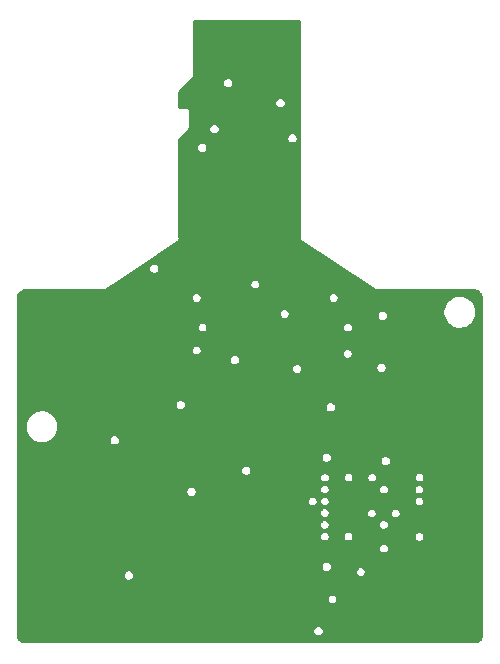
<source format=gbr>
%TF.GenerationSoftware,KiCad,Pcbnew,9.0.2*%
%TF.CreationDate,2025-06-22T16:31:42+02:00*%
%TF.ProjectId,Board,426f6172-642e-46b6-9963-61645f706362,rev?*%
%TF.SameCoordinates,Original*%
%TF.FileFunction,Copper,L3,Inr*%
%TF.FilePolarity,Positive*%
%FSLAX46Y46*%
G04 Gerber Fmt 4.6, Leading zero omitted, Abs format (unit mm)*
G04 Created by KiCad (PCBNEW 9.0.2) date 2025-06-22 16:31:42*
%MOMM*%
%LPD*%
G01*
G04 APERTURE LIST*
%TA.AperFunction,ViaPad*%
%ADD10C,0.600000*%
%TD*%
%TA.AperFunction,ViaPad*%
%ADD11C,0.450000*%
%TD*%
%TA.AperFunction,ViaPad*%
%ADD12C,0.800000*%
%TD*%
%TA.AperFunction,ViaPad*%
%ADD13C,0.550000*%
%TD*%
G04 APERTURE END LIST*
D10*
%TO.N,GND*%
X102600000Y-83300000D03*
D11*
X90294221Y-72094221D03*
X95850000Y-85725000D03*
X99895834Y-85704444D03*
X98860000Y-89710000D03*
D12*
X82375000Y-56775000D03*
D13*
X86292765Y-68330170D03*
D12*
X69000000Y-90000000D03*
X72600000Y-75100000D03*
X69000000Y-85000000D03*
X105600000Y-81600000D03*
D11*
X94860000Y-89700000D03*
D12*
X92200000Y-97700000D03*
X99900000Y-75400000D03*
X105200000Y-93300000D03*
X80450000Y-79650000D03*
X73400000Y-98000000D03*
D11*
X96379693Y-91991723D03*
D12*
X80900000Y-98000000D03*
D13*
X94625000Y-70400000D03*
D10*
X95500000Y-92250012D03*
D12*
X103400000Y-96000000D03*
X106000000Y-73500000D03*
X71600000Y-70900000D03*
X88850000Y-53100000D03*
X93000000Y-67000000D03*
D11*
X94860000Y-88710000D03*
D13*
X94775000Y-74250000D03*
D12*
X90000000Y-98000000D03*
X105600000Y-85800000D03*
X102000000Y-70000000D03*
X69000000Y-82500000D03*
X90025000Y-55950000D03*
X91200000Y-89300000D03*
D11*
X102990000Y-84740000D03*
X94860000Y-85710000D03*
D12*
X78400000Y-98000000D03*
X85800000Y-84100000D03*
X69000000Y-75500000D03*
X98750000Y-69675000D03*
X106000000Y-78500000D03*
X96000000Y-83000000D03*
X68600000Y-70500000D03*
X85650000Y-52350000D03*
X70200000Y-95550000D03*
X85600000Y-55200000D03*
X88475000Y-50950000D03*
X79500000Y-93000000D03*
D11*
X99860000Y-88710000D03*
D12*
X88950000Y-51800000D03*
X69000000Y-93000000D03*
X71600000Y-69700000D03*
X85000000Y-97500000D03*
D13*
X89500000Y-73194610D03*
D11*
X96850000Y-86710000D03*
D12*
X69000000Y-87500000D03*
D13*
X96950000Y-72050000D03*
D12*
X89600000Y-89300000D03*
X105600000Y-88000000D03*
X69000000Y-73000000D03*
X77400000Y-68100000D03*
X103500000Y-97700000D03*
X89350000Y-50900000D03*
X69000000Y-78000000D03*
D11*
X94860000Y-87710000D03*
D12*
X82650000Y-81600000D03*
D11*
X94860000Y-86710000D03*
D12*
X93000000Y-75350000D03*
D11*
X101895364Y-90704956D03*
D12*
X88850000Y-66050000D03*
X102600000Y-78250000D03*
X73750000Y-81600000D03*
X87500000Y-98000000D03*
X75900000Y-98000000D03*
X106000000Y-76000000D03*
%TD*%
%TA.AperFunction,Conductor*%
%TO.N,GND*%
G36*
X91543308Y-45964428D02*
G01*
X91552183Y-45964436D01*
X91552254Y-45964462D01*
X91586765Y-45964465D01*
X91606047Y-45965992D01*
X91654135Y-45973612D01*
X91691021Y-45985600D01*
X91718889Y-45999801D01*
X91725581Y-46003212D01*
X91756962Y-46026013D01*
X91784390Y-46053442D01*
X91785774Y-46055348D01*
X91786854Y-46055978D01*
X91807190Y-46084824D01*
X91824801Y-46119385D01*
X91836789Y-46156276D01*
X91838028Y-46164090D01*
X91844420Y-46204435D01*
X91845947Y-46223827D01*
X91845950Y-46268759D01*
X91845957Y-46268830D01*
X91849492Y-64425089D01*
X91849494Y-64436804D01*
X91844601Y-64462507D01*
X91849503Y-64486141D01*
X91849506Y-64498854D01*
X91849507Y-64498855D01*
X91849509Y-64510289D01*
X91849510Y-64510293D01*
X91855043Y-64523644D01*
X91861904Y-64545923D01*
X91864842Y-64560083D01*
X91871270Y-64569536D01*
X91877837Y-64579192D01*
X91878421Y-64580050D01*
X91887664Y-64602352D01*
X91906169Y-64620849D01*
X91920885Y-64642488D01*
X91941068Y-64655736D01*
X91958144Y-64672805D01*
X91982320Y-64682813D01*
X97679197Y-68422173D01*
X97679198Y-68422173D01*
X98095316Y-68695308D01*
X98112372Y-68712364D01*
X98136571Y-68722387D01*
X98158466Y-68736759D01*
X98169655Y-68738889D01*
X98193904Y-68746135D01*
X98204441Y-68750500D01*
X98204443Y-68750500D01*
X98230633Y-68750500D01*
X98256362Y-68755399D01*
X98279978Y-68750500D01*
X98325172Y-68750500D01*
X106538945Y-68750500D01*
X106554315Y-68751456D01*
X106586623Y-68755495D01*
X106599195Y-68757731D01*
X106731053Y-68788281D01*
X106755228Y-68796588D01*
X106872158Y-68850826D01*
X106894117Y-68863918D01*
X106981025Y-68928752D01*
X106997424Y-68940986D01*
X107016238Y-68958312D01*
X107101537Y-69054936D01*
X107116391Y-69075746D01*
X107172487Y-69174500D01*
X107180051Y-69187816D01*
X107190322Y-69211240D01*
X107229633Y-69333982D01*
X107234881Y-69359014D01*
X107248839Y-69493623D01*
X107249500Y-69506412D01*
X107249500Y-97993907D01*
X107248903Y-98006061D01*
X107236296Y-98134064D01*
X107231554Y-98157906D01*
X107195993Y-98275134D01*
X107186690Y-98297592D01*
X107128942Y-98405630D01*
X107115438Y-98425840D01*
X107037725Y-98520535D01*
X107020535Y-98537725D01*
X106925840Y-98615438D01*
X106905630Y-98628942D01*
X106797592Y-98686690D01*
X106775134Y-98695993D01*
X106657906Y-98731554D01*
X106634064Y-98736296D01*
X106506062Y-98748903D01*
X106493908Y-98749500D01*
X68513164Y-98749500D01*
X68501067Y-98748908D01*
X68463621Y-98745237D01*
X68372259Y-98736280D01*
X68348521Y-98731581D01*
X68230444Y-98695935D01*
X68208071Y-98686714D01*
X68099170Y-98628816D01*
X68079014Y-98615426D01*
X67983430Y-98537479D01*
X67966257Y-98520427D01*
X67887630Y-98425395D01*
X67874098Y-98405336D01*
X67815429Y-98296853D01*
X67806050Y-98274550D01*
X67769563Y-98156719D01*
X67764697Y-98133024D01*
X67751181Y-98004563D01*
X67750500Y-97991588D01*
X67750500Y-97653856D01*
X92949500Y-97653856D01*
X92949500Y-97746143D01*
X92973387Y-97835290D01*
X92973388Y-97835293D01*
X93019526Y-97915205D01*
X93019529Y-97915209D01*
X93019531Y-97915212D01*
X93084788Y-97980469D01*
X93084791Y-97980470D01*
X93084794Y-97980473D01*
X93164706Y-98026611D01*
X93164707Y-98026611D01*
X93164712Y-98026614D01*
X93253856Y-98050500D01*
X93253858Y-98050500D01*
X93346142Y-98050500D01*
X93346144Y-98050500D01*
X93435288Y-98026614D01*
X93515212Y-97980469D01*
X93580469Y-97915212D01*
X93626614Y-97835288D01*
X93650500Y-97746144D01*
X93650500Y-97653856D01*
X93626614Y-97564712D01*
X93626611Y-97564706D01*
X93580473Y-97484794D01*
X93580470Y-97484791D01*
X93580469Y-97484788D01*
X93515212Y-97419531D01*
X93515209Y-97419529D01*
X93515205Y-97419526D01*
X93435293Y-97373388D01*
X93435290Y-97373387D01*
X93435289Y-97373386D01*
X93435288Y-97373386D01*
X93346144Y-97349500D01*
X93253856Y-97349500D01*
X93164712Y-97373386D01*
X93164711Y-97373386D01*
X93164709Y-97373387D01*
X93164706Y-97373388D01*
X93084794Y-97419526D01*
X93084785Y-97419533D01*
X93019533Y-97484785D01*
X93019526Y-97484794D01*
X92973388Y-97564706D01*
X92973387Y-97564709D01*
X92949500Y-97653856D01*
X67750500Y-97653856D01*
X67750500Y-94957147D01*
X94174500Y-94957147D01*
X94174500Y-95042852D01*
X94196682Y-95125637D01*
X94196685Y-95125644D01*
X94239530Y-95199855D01*
X94239534Y-95199860D01*
X94239535Y-95199862D01*
X94300138Y-95260465D01*
X94300140Y-95260466D01*
X94300144Y-95260469D01*
X94374355Y-95303314D01*
X94374362Y-95303318D01*
X94457147Y-95325500D01*
X94457149Y-95325500D01*
X94542851Y-95325500D01*
X94542853Y-95325500D01*
X94625638Y-95303318D01*
X94699862Y-95260465D01*
X94760465Y-95199862D01*
X94803318Y-95125638D01*
X94825500Y-95042853D01*
X94825500Y-94957147D01*
X94803318Y-94874362D01*
X94803314Y-94874355D01*
X94760469Y-94800144D01*
X94760463Y-94800136D01*
X94699863Y-94739536D01*
X94699855Y-94739530D01*
X94625644Y-94696685D01*
X94625640Y-94696683D01*
X94625638Y-94696682D01*
X94542853Y-94674500D01*
X94457147Y-94674500D01*
X94374362Y-94696682D01*
X94374355Y-94696685D01*
X94300144Y-94739530D01*
X94300136Y-94739536D01*
X94239536Y-94800136D01*
X94239530Y-94800144D01*
X94196685Y-94874355D01*
X94196682Y-94874362D01*
X94174500Y-94957147D01*
X67750500Y-94957147D01*
X67750500Y-92953856D01*
X76899500Y-92953856D01*
X76899500Y-93046143D01*
X76923387Y-93135290D01*
X76923388Y-93135293D01*
X76969526Y-93215205D01*
X76969529Y-93215209D01*
X76969531Y-93215212D01*
X77034788Y-93280469D01*
X77034791Y-93280470D01*
X77034794Y-93280473D01*
X77114706Y-93326611D01*
X77114707Y-93326611D01*
X77114712Y-93326614D01*
X77203856Y-93350500D01*
X77203858Y-93350500D01*
X77296142Y-93350500D01*
X77296144Y-93350500D01*
X77385288Y-93326614D01*
X77465212Y-93280469D01*
X77530469Y-93215212D01*
X77576614Y-93135288D01*
X77600500Y-93046144D01*
X77600500Y-92953856D01*
X77576614Y-92864712D01*
X77554058Y-92825644D01*
X77530473Y-92784794D01*
X77530470Y-92784791D01*
X77530469Y-92784788D01*
X77465212Y-92719531D01*
X77465209Y-92719529D01*
X77465205Y-92719526D01*
X77385293Y-92673388D01*
X77385290Y-92673387D01*
X77385289Y-92673386D01*
X77385288Y-92673386D01*
X77324683Y-92657147D01*
X96574500Y-92657147D01*
X96574500Y-92742853D01*
X96585737Y-92784788D01*
X96596682Y-92825637D01*
X96596685Y-92825644D01*
X96639530Y-92899855D01*
X96639534Y-92899860D01*
X96639535Y-92899862D01*
X96700138Y-92960465D01*
X96700140Y-92960466D01*
X96700144Y-92960469D01*
X96774355Y-93003314D01*
X96774362Y-93003318D01*
X96857147Y-93025500D01*
X96857149Y-93025500D01*
X96942851Y-93025500D01*
X96942853Y-93025500D01*
X97025638Y-93003318D01*
X97099862Y-92960465D01*
X97160465Y-92899862D01*
X97203318Y-92825638D01*
X97225500Y-92742853D01*
X97225500Y-92657147D01*
X97203318Y-92574362D01*
X97177984Y-92530482D01*
X97160469Y-92500144D01*
X97160463Y-92500136D01*
X97099863Y-92439536D01*
X97099855Y-92439530D01*
X97025644Y-92396685D01*
X97025640Y-92396683D01*
X97025638Y-92396682D01*
X96942853Y-92374500D01*
X96857147Y-92374500D01*
X96774362Y-92396682D01*
X96774355Y-92396685D01*
X96700144Y-92439530D01*
X96700136Y-92439536D01*
X96639536Y-92500136D01*
X96639530Y-92500144D01*
X96596685Y-92574355D01*
X96596682Y-92574362D01*
X96574500Y-92657147D01*
X77324683Y-92657147D01*
X77296144Y-92649500D01*
X77203856Y-92649500D01*
X77114712Y-92673386D01*
X77114711Y-92673386D01*
X77114709Y-92673387D01*
X77114706Y-92673388D01*
X77034794Y-92719526D01*
X77034785Y-92719533D01*
X76969533Y-92784785D01*
X76969526Y-92784794D01*
X76923388Y-92864706D01*
X76923387Y-92864709D01*
X76923386Y-92864711D01*
X76923386Y-92864712D01*
X76913968Y-92899862D01*
X76899500Y-92953856D01*
X67750500Y-92953856D01*
X67750500Y-92203868D01*
X93649500Y-92203868D01*
X93649500Y-92296156D01*
X93670492Y-92374500D01*
X93673387Y-92385302D01*
X93673388Y-92385305D01*
X93719526Y-92465217D01*
X93719529Y-92465221D01*
X93719531Y-92465224D01*
X93784788Y-92530481D01*
X93784791Y-92530482D01*
X93784794Y-92530485D01*
X93864706Y-92576623D01*
X93864707Y-92576623D01*
X93864712Y-92576626D01*
X93953856Y-92600512D01*
X93953858Y-92600512D01*
X94046142Y-92600512D01*
X94046144Y-92600512D01*
X94135288Y-92576626D01*
X94215212Y-92530481D01*
X94280469Y-92465224D01*
X94326614Y-92385300D01*
X94350500Y-92296156D01*
X94350500Y-92203868D01*
X94326614Y-92114724D01*
X94326611Y-92114718D01*
X94280473Y-92034806D01*
X94280470Y-92034803D01*
X94280469Y-92034800D01*
X94215212Y-91969543D01*
X94215209Y-91969541D01*
X94215205Y-91969538D01*
X94135293Y-91923400D01*
X94135290Y-91923399D01*
X94135289Y-91923398D01*
X94135288Y-91923398D01*
X94046144Y-91899512D01*
X93953856Y-91899512D01*
X93864712Y-91923398D01*
X93864711Y-91923398D01*
X93864709Y-91923399D01*
X93864706Y-91923400D01*
X93784794Y-91969538D01*
X93784785Y-91969545D01*
X93719533Y-92034797D01*
X93719526Y-92034806D01*
X93673388Y-92114718D01*
X93673387Y-92114721D01*
X93673386Y-92114723D01*
X93673386Y-92114724D01*
X93649500Y-92203868D01*
X67750500Y-92203868D01*
X67750500Y-90667147D01*
X98534500Y-90667147D01*
X98534500Y-90752852D01*
X98556682Y-90835637D01*
X98556685Y-90835644D01*
X98599530Y-90909855D01*
X98599534Y-90909860D01*
X98599535Y-90909862D01*
X98660138Y-90970465D01*
X98660140Y-90970466D01*
X98660144Y-90970469D01*
X98734355Y-91013314D01*
X98734362Y-91013318D01*
X98817147Y-91035500D01*
X98817149Y-91035500D01*
X98902851Y-91035500D01*
X98902853Y-91035500D01*
X98985638Y-91013318D01*
X99059862Y-90970465D01*
X99120465Y-90909862D01*
X99163318Y-90835638D01*
X99185500Y-90752853D01*
X99185500Y-90667147D01*
X99163318Y-90584362D01*
X99163314Y-90584355D01*
X99120469Y-90510144D01*
X99120463Y-90510136D01*
X99059863Y-90449536D01*
X99059855Y-90449530D01*
X98985644Y-90406685D01*
X98985640Y-90406683D01*
X98985638Y-90406682D01*
X98902853Y-90384500D01*
X98817147Y-90384500D01*
X98734362Y-90406682D01*
X98734355Y-90406685D01*
X98660144Y-90449530D01*
X98660136Y-90449536D01*
X98599536Y-90510136D01*
X98599530Y-90510144D01*
X98556685Y-90584355D01*
X98556682Y-90584362D01*
X98534500Y-90667147D01*
X67750500Y-90667147D01*
X67750500Y-89657147D01*
X93524500Y-89657147D01*
X93524500Y-89742853D01*
X93527180Y-89752853D01*
X93546682Y-89825637D01*
X93546685Y-89825644D01*
X93589530Y-89899855D01*
X93589534Y-89899860D01*
X93589535Y-89899862D01*
X93650138Y-89960465D01*
X93650140Y-89960466D01*
X93650144Y-89960469D01*
X93724355Y-90003314D01*
X93724362Y-90003318D01*
X93807147Y-90025500D01*
X93807149Y-90025500D01*
X93892851Y-90025500D01*
X93892853Y-90025500D01*
X93975638Y-90003318D01*
X94049862Y-89960465D01*
X94110465Y-89899862D01*
X94153318Y-89825638D01*
X94175500Y-89742853D01*
X94175500Y-89657147D01*
X95524500Y-89657147D01*
X95524500Y-89742853D01*
X95527180Y-89752853D01*
X95546682Y-89825637D01*
X95546685Y-89825644D01*
X95589530Y-89899855D01*
X95589534Y-89899860D01*
X95589535Y-89899862D01*
X95650138Y-89960465D01*
X95650140Y-89960466D01*
X95650144Y-89960469D01*
X95724355Y-90003314D01*
X95724362Y-90003318D01*
X95807147Y-90025500D01*
X95807149Y-90025500D01*
X95892851Y-90025500D01*
X95892853Y-90025500D01*
X95975638Y-90003318D01*
X96049862Y-89960465D01*
X96110465Y-89899862D01*
X96153318Y-89825638D01*
X96175500Y-89742853D01*
X96175500Y-89667147D01*
X101534500Y-89667147D01*
X101534500Y-89752853D01*
X101554003Y-89825637D01*
X101556682Y-89835637D01*
X101556685Y-89835644D01*
X101599530Y-89909855D01*
X101599534Y-89909860D01*
X101599535Y-89909862D01*
X101660138Y-89970465D01*
X101660140Y-89970466D01*
X101660144Y-89970469D01*
X101717041Y-90003318D01*
X101734362Y-90013318D01*
X101817147Y-90035500D01*
X101817149Y-90035500D01*
X101902851Y-90035500D01*
X101902853Y-90035500D01*
X101985638Y-90013318D01*
X102059862Y-89970465D01*
X102120465Y-89909862D01*
X102163318Y-89835638D01*
X102185500Y-89752853D01*
X102185500Y-89667147D01*
X102163318Y-89584362D01*
X102157545Y-89574362D01*
X102120469Y-89510144D01*
X102120463Y-89510136D01*
X102059863Y-89449536D01*
X102059855Y-89449530D01*
X101985644Y-89406685D01*
X101985640Y-89406683D01*
X101985638Y-89406682D01*
X101902853Y-89384500D01*
X101817147Y-89384500D01*
X101734362Y-89406682D01*
X101734355Y-89406685D01*
X101660144Y-89449530D01*
X101660136Y-89449536D01*
X101599536Y-89510136D01*
X101599530Y-89510144D01*
X101556685Y-89584355D01*
X101556682Y-89584362D01*
X101534500Y-89667147D01*
X96175500Y-89667147D01*
X96175500Y-89657147D01*
X96153318Y-89574362D01*
X96116242Y-89510144D01*
X96110469Y-89500144D01*
X96110463Y-89500136D01*
X96049863Y-89439536D01*
X96049855Y-89439530D01*
X95975644Y-89396685D01*
X95975640Y-89396683D01*
X95975638Y-89396682D01*
X95892853Y-89374500D01*
X95807147Y-89374500D01*
X95724362Y-89396682D01*
X95724355Y-89396685D01*
X95650144Y-89439530D01*
X95650136Y-89439536D01*
X95589536Y-89500136D01*
X95589530Y-89500144D01*
X95546685Y-89574355D01*
X95546682Y-89574362D01*
X95524500Y-89657147D01*
X94175500Y-89657147D01*
X94153318Y-89574362D01*
X94116242Y-89510144D01*
X94110469Y-89500144D01*
X94110463Y-89500136D01*
X94049863Y-89439536D01*
X94049855Y-89439530D01*
X93975644Y-89396685D01*
X93975640Y-89396683D01*
X93975638Y-89396682D01*
X93892853Y-89374500D01*
X93807147Y-89374500D01*
X93724362Y-89396682D01*
X93724355Y-89396685D01*
X93650144Y-89439530D01*
X93650136Y-89439536D01*
X93589536Y-89500136D01*
X93589530Y-89500144D01*
X93546685Y-89574355D01*
X93546682Y-89574362D01*
X93524500Y-89657147D01*
X67750500Y-89657147D01*
X67750500Y-88667147D01*
X93524500Y-88667147D01*
X93524500Y-88752853D01*
X93544003Y-88825637D01*
X93546682Y-88835637D01*
X93546685Y-88835644D01*
X93589530Y-88909855D01*
X93589534Y-88909860D01*
X93589535Y-88909862D01*
X93650138Y-88970465D01*
X93650140Y-88970466D01*
X93650144Y-88970469D01*
X93707041Y-89003318D01*
X93724362Y-89013318D01*
X93807147Y-89035500D01*
X93807149Y-89035500D01*
X93892851Y-89035500D01*
X93892853Y-89035500D01*
X93975638Y-89013318D01*
X94049862Y-88970465D01*
X94110465Y-88909862D01*
X94153318Y-88835638D01*
X94175500Y-88752853D01*
X94175500Y-88667147D01*
X94172821Y-88657147D01*
X98524500Y-88657147D01*
X98524500Y-88742853D01*
X98527180Y-88752853D01*
X98546682Y-88825637D01*
X98546685Y-88825644D01*
X98589530Y-88899855D01*
X98589534Y-88899860D01*
X98589535Y-88899862D01*
X98650138Y-88960465D01*
X98650140Y-88960466D01*
X98650144Y-88960469D01*
X98724355Y-89003314D01*
X98724362Y-89003318D01*
X98807147Y-89025500D01*
X98807149Y-89025500D01*
X98892851Y-89025500D01*
X98892853Y-89025500D01*
X98975638Y-89003318D01*
X99049862Y-88960465D01*
X99110465Y-88899862D01*
X99153318Y-88825638D01*
X99175500Y-88742853D01*
X99175500Y-88657147D01*
X99153318Y-88574362D01*
X99116242Y-88510144D01*
X99110469Y-88500144D01*
X99110463Y-88500136D01*
X99049863Y-88439536D01*
X99049855Y-88439530D01*
X98975644Y-88396685D01*
X98975640Y-88396683D01*
X98975638Y-88396682D01*
X98892853Y-88374500D01*
X98807147Y-88374500D01*
X98724362Y-88396682D01*
X98724355Y-88396685D01*
X98650144Y-88439530D01*
X98650136Y-88439536D01*
X98589536Y-88500136D01*
X98589530Y-88500144D01*
X98546685Y-88574355D01*
X98546682Y-88574362D01*
X98524500Y-88657147D01*
X94172821Y-88657147D01*
X94153318Y-88584362D01*
X94147545Y-88574362D01*
X94110469Y-88510144D01*
X94110463Y-88510136D01*
X94049863Y-88449536D01*
X94049855Y-88449530D01*
X93975644Y-88406685D01*
X93975640Y-88406683D01*
X93975638Y-88406682D01*
X93892853Y-88384500D01*
X93807147Y-88384500D01*
X93724362Y-88406682D01*
X93724355Y-88406685D01*
X93650144Y-88449530D01*
X93650136Y-88449536D01*
X93589536Y-88510136D01*
X93589530Y-88510144D01*
X93546685Y-88584355D01*
X93546682Y-88584362D01*
X93524500Y-88667147D01*
X67750500Y-88667147D01*
X67750500Y-87657147D01*
X93524500Y-87657147D01*
X93524500Y-87742853D01*
X93529859Y-87762851D01*
X93546682Y-87825637D01*
X93546685Y-87825644D01*
X93589530Y-87899855D01*
X93589534Y-87899860D01*
X93589535Y-87899862D01*
X93650138Y-87960465D01*
X93650140Y-87960466D01*
X93650144Y-87960469D01*
X93684779Y-87980465D01*
X93724362Y-88003318D01*
X93807147Y-88025500D01*
X93807149Y-88025500D01*
X93892851Y-88025500D01*
X93892853Y-88025500D01*
X93975638Y-88003318D01*
X94049862Y-87960465D01*
X94110465Y-87899862D01*
X94153318Y-87825638D01*
X94175500Y-87742853D01*
X94175500Y-87677147D01*
X97504500Y-87677147D01*
X97504500Y-87762852D01*
X97526682Y-87845637D01*
X97526685Y-87845644D01*
X97569530Y-87919855D01*
X97569534Y-87919860D01*
X97569535Y-87919862D01*
X97630138Y-87980465D01*
X97630140Y-87980466D01*
X97630144Y-87980469D01*
X97704355Y-88023314D01*
X97704362Y-88023318D01*
X97787147Y-88045500D01*
X97787149Y-88045500D01*
X97872851Y-88045500D01*
X97872853Y-88045500D01*
X97955638Y-88023318D01*
X98029862Y-87980465D01*
X98090465Y-87919862D01*
X98133318Y-87845638D01*
X98155500Y-87762853D01*
X98155500Y-87677147D01*
X99524500Y-87677147D01*
X99524500Y-87762852D01*
X99546682Y-87845637D01*
X99546685Y-87845644D01*
X99589530Y-87919855D01*
X99589534Y-87919860D01*
X99589535Y-87919862D01*
X99650138Y-87980465D01*
X99650140Y-87980466D01*
X99650144Y-87980469D01*
X99724355Y-88023314D01*
X99724362Y-88023318D01*
X99807147Y-88045500D01*
X99807149Y-88045500D01*
X99892851Y-88045500D01*
X99892853Y-88045500D01*
X99975638Y-88023318D01*
X100049862Y-87980465D01*
X100110465Y-87919862D01*
X100153318Y-87845638D01*
X100175500Y-87762853D01*
X100175500Y-87677147D01*
X100153318Y-87594362D01*
X100141767Y-87574355D01*
X100110469Y-87520144D01*
X100110463Y-87520136D01*
X100049863Y-87459536D01*
X100049855Y-87459530D01*
X99975644Y-87416685D01*
X99975640Y-87416683D01*
X99975638Y-87416682D01*
X99892853Y-87394500D01*
X99807147Y-87394500D01*
X99724362Y-87416682D01*
X99724355Y-87416685D01*
X99650144Y-87459530D01*
X99650136Y-87459536D01*
X99589536Y-87520136D01*
X99589530Y-87520144D01*
X99546685Y-87594355D01*
X99546682Y-87594362D01*
X99524500Y-87677147D01*
X98155500Y-87677147D01*
X98133318Y-87594362D01*
X98121767Y-87574355D01*
X98090469Y-87520144D01*
X98090463Y-87520136D01*
X98029863Y-87459536D01*
X98029855Y-87459530D01*
X97955644Y-87416685D01*
X97955640Y-87416683D01*
X97955638Y-87416682D01*
X97872853Y-87394500D01*
X97787147Y-87394500D01*
X97704362Y-87416682D01*
X97704355Y-87416685D01*
X97630144Y-87459530D01*
X97630136Y-87459536D01*
X97569536Y-87520136D01*
X97569530Y-87520144D01*
X97526685Y-87594355D01*
X97526682Y-87594362D01*
X97504500Y-87677147D01*
X94175500Y-87677147D01*
X94175500Y-87657147D01*
X94153318Y-87574362D01*
X94153314Y-87574355D01*
X94110469Y-87500144D01*
X94110463Y-87500136D01*
X94049863Y-87439536D01*
X94049855Y-87439530D01*
X93975644Y-87396685D01*
X93975640Y-87396683D01*
X93975638Y-87396682D01*
X93892853Y-87374500D01*
X93807147Y-87374500D01*
X93724362Y-87396682D01*
X93724355Y-87396685D01*
X93650144Y-87439530D01*
X93650136Y-87439536D01*
X93589536Y-87500136D01*
X93589530Y-87500144D01*
X93546685Y-87574355D01*
X93546682Y-87574362D01*
X93524500Y-87657147D01*
X67750500Y-87657147D01*
X67750500Y-86680759D01*
X92500888Y-86680759D01*
X92500888Y-86766465D01*
X92519425Y-86835644D01*
X92523070Y-86849249D01*
X92523073Y-86849256D01*
X92565918Y-86923467D01*
X92565922Y-86923472D01*
X92565923Y-86923474D01*
X92626526Y-86984077D01*
X92626528Y-86984078D01*
X92626532Y-86984081D01*
X92677166Y-87013314D01*
X92700750Y-87026930D01*
X92783535Y-87049112D01*
X92783537Y-87049112D01*
X92869239Y-87049112D01*
X92869241Y-87049112D01*
X92952026Y-87026930D01*
X93026250Y-86984077D01*
X93086853Y-86923474D01*
X93129706Y-86849250D01*
X93151888Y-86766465D01*
X93151888Y-86680759D01*
X93145561Y-86657147D01*
X93524500Y-86657147D01*
X93524500Y-86742853D01*
X93530827Y-86766464D01*
X93546682Y-86825637D01*
X93546685Y-86825644D01*
X93589530Y-86899855D01*
X93589534Y-86899860D01*
X93589535Y-86899862D01*
X93650138Y-86960465D01*
X93650140Y-86960466D01*
X93650144Y-86960469D01*
X93691035Y-86984077D01*
X93724362Y-87003318D01*
X93807147Y-87025500D01*
X93807149Y-87025500D01*
X93892851Y-87025500D01*
X93892853Y-87025500D01*
X93975638Y-87003318D01*
X94049862Y-86960465D01*
X94110465Y-86899862D01*
X94153318Y-86825638D01*
X94175500Y-86742853D01*
X94175500Y-86667147D01*
X101524500Y-86667147D01*
X101524500Y-86752853D01*
X101544003Y-86825637D01*
X101546682Y-86835637D01*
X101546685Y-86835644D01*
X101589530Y-86909855D01*
X101589534Y-86909860D01*
X101589535Y-86909862D01*
X101650138Y-86970465D01*
X101650140Y-86970466D01*
X101650144Y-86970469D01*
X101707041Y-87003318D01*
X101724362Y-87013318D01*
X101807147Y-87035500D01*
X101807149Y-87035500D01*
X101892851Y-87035500D01*
X101892853Y-87035500D01*
X101975638Y-87013318D01*
X102049862Y-86970465D01*
X102110465Y-86909862D01*
X102153318Y-86835638D01*
X102175500Y-86752853D01*
X102175500Y-86667147D01*
X102153318Y-86584362D01*
X102147545Y-86574362D01*
X102110469Y-86510144D01*
X102110463Y-86510136D01*
X102049863Y-86449536D01*
X102049855Y-86449530D01*
X101975644Y-86406685D01*
X101975640Y-86406683D01*
X101975638Y-86406682D01*
X101892853Y-86384500D01*
X101807147Y-86384500D01*
X101724362Y-86406682D01*
X101724355Y-86406685D01*
X101650144Y-86449530D01*
X101650136Y-86449536D01*
X101589536Y-86510136D01*
X101589530Y-86510144D01*
X101546685Y-86584355D01*
X101546682Y-86584362D01*
X101524500Y-86667147D01*
X94175500Y-86667147D01*
X94175500Y-86657147D01*
X94153318Y-86574362D01*
X94124101Y-86523756D01*
X94110469Y-86500144D01*
X94110463Y-86500136D01*
X94049863Y-86439536D01*
X94049855Y-86439530D01*
X93975644Y-86396685D01*
X93975640Y-86396683D01*
X93975638Y-86396682D01*
X93892853Y-86374500D01*
X93807147Y-86374500D01*
X93724362Y-86396682D01*
X93724355Y-86396685D01*
X93650144Y-86439530D01*
X93650136Y-86439536D01*
X93589536Y-86500136D01*
X93589530Y-86500144D01*
X93546685Y-86574355D01*
X93546682Y-86574362D01*
X93524500Y-86657147D01*
X93145561Y-86657147D01*
X93129706Y-86597974D01*
X93116070Y-86574355D01*
X93086857Y-86523756D01*
X93086851Y-86523748D01*
X93026251Y-86463148D01*
X93026243Y-86463142D01*
X92952032Y-86420297D01*
X92952028Y-86420295D01*
X92952026Y-86420294D01*
X92869241Y-86398112D01*
X92783535Y-86398112D01*
X92700750Y-86420294D01*
X92700743Y-86420297D01*
X92626532Y-86463142D01*
X92626524Y-86463148D01*
X92565924Y-86523748D01*
X92565918Y-86523756D01*
X92523073Y-86597967D01*
X92523070Y-86597974D01*
X92500888Y-86680759D01*
X67750500Y-86680759D01*
X67750500Y-85853856D01*
X82199500Y-85853856D01*
X82199500Y-85946144D01*
X82221518Y-86028318D01*
X82223387Y-86035290D01*
X82223388Y-86035293D01*
X82269526Y-86115205D01*
X82269529Y-86115209D01*
X82269531Y-86115212D01*
X82334788Y-86180469D01*
X82334791Y-86180470D01*
X82334794Y-86180473D01*
X82414706Y-86226611D01*
X82414707Y-86226611D01*
X82414712Y-86226614D01*
X82503856Y-86250500D01*
X82503858Y-86250500D01*
X82596142Y-86250500D01*
X82596144Y-86250500D01*
X82685288Y-86226614D01*
X82765212Y-86180469D01*
X82830469Y-86115212D01*
X82876614Y-86035288D01*
X82900500Y-85946144D01*
X82900500Y-85853856D01*
X82876614Y-85764712D01*
X82869766Y-85752852D01*
X82845615Y-85711021D01*
X82845614Y-85711019D01*
X82830471Y-85684791D01*
X82830466Y-85684785D01*
X82802828Y-85657147D01*
X93524500Y-85657147D01*
X93524500Y-85742853D01*
X93531199Y-85767852D01*
X93546682Y-85825637D01*
X93546685Y-85825644D01*
X93589530Y-85899855D01*
X93589534Y-85899860D01*
X93589535Y-85899862D01*
X93650138Y-85960465D01*
X93650140Y-85960466D01*
X93650144Y-85960469D01*
X93693446Y-85985469D01*
X93724362Y-86003318D01*
X93807147Y-86025500D01*
X93807149Y-86025500D01*
X93892851Y-86025500D01*
X93892853Y-86025500D01*
X93975638Y-86003318D01*
X94049862Y-85960465D01*
X94110465Y-85899862D01*
X94153318Y-85825638D01*
X94175500Y-85742853D01*
X94175500Y-85667147D01*
X98534500Y-85667147D01*
X98534500Y-85752853D01*
X98554003Y-85825637D01*
X98556682Y-85835637D01*
X98556685Y-85835644D01*
X98599530Y-85909855D01*
X98599534Y-85909860D01*
X98599535Y-85909862D01*
X98660138Y-85970465D01*
X98660140Y-85970466D01*
X98660144Y-85970469D01*
X98717041Y-86003318D01*
X98734362Y-86013318D01*
X98817147Y-86035500D01*
X98817149Y-86035500D01*
X98902851Y-86035500D01*
X98902853Y-86035500D01*
X98985638Y-86013318D01*
X99059862Y-85970465D01*
X99120465Y-85909862D01*
X99163318Y-85835638D01*
X99185500Y-85752853D01*
X99185500Y-85682147D01*
X101524500Y-85682147D01*
X101524500Y-85767853D01*
X101542665Y-85835644D01*
X101546682Y-85850637D01*
X101546685Y-85850644D01*
X101589530Y-85924855D01*
X101589534Y-85924860D01*
X101589535Y-85924862D01*
X101650138Y-85985465D01*
X101650140Y-85985466D01*
X101650144Y-85985469D01*
X101681060Y-86003318D01*
X101724362Y-86028318D01*
X101807147Y-86050500D01*
X101807149Y-86050500D01*
X101892851Y-86050500D01*
X101892853Y-86050500D01*
X101975638Y-86028318D01*
X102049862Y-85985465D01*
X102110465Y-85924862D01*
X102153318Y-85850638D01*
X102175500Y-85767853D01*
X102175500Y-85682147D01*
X102153318Y-85599362D01*
X102144654Y-85584355D01*
X102110469Y-85525144D01*
X102110463Y-85525136D01*
X102049863Y-85464536D01*
X102049855Y-85464530D01*
X101975644Y-85421685D01*
X101975640Y-85421683D01*
X101975638Y-85421682D01*
X101892853Y-85399500D01*
X101807147Y-85399500D01*
X101724362Y-85421682D01*
X101724355Y-85421685D01*
X101650144Y-85464530D01*
X101650136Y-85464536D01*
X101589536Y-85525136D01*
X101589530Y-85525144D01*
X101546685Y-85599355D01*
X101546682Y-85599362D01*
X101524500Y-85682147D01*
X99185500Y-85682147D01*
X99185500Y-85667147D01*
X99163318Y-85584362D01*
X99157545Y-85574362D01*
X99120469Y-85510144D01*
X99120463Y-85510136D01*
X99059863Y-85449536D01*
X99059855Y-85449530D01*
X98985644Y-85406685D01*
X98985640Y-85406683D01*
X98985638Y-85406682D01*
X98902853Y-85384500D01*
X98817147Y-85384500D01*
X98734362Y-85406682D01*
X98734355Y-85406685D01*
X98660144Y-85449530D01*
X98660136Y-85449536D01*
X98599536Y-85510136D01*
X98599530Y-85510144D01*
X98556685Y-85584355D01*
X98556682Y-85584362D01*
X98534500Y-85667147D01*
X94175500Y-85667147D01*
X94175500Y-85657147D01*
X94153318Y-85574362D01*
X94138964Y-85549500D01*
X94110469Y-85500144D01*
X94110463Y-85500136D01*
X94049863Y-85439536D01*
X94049855Y-85439530D01*
X93975644Y-85396685D01*
X93975640Y-85396683D01*
X93975638Y-85396682D01*
X93892853Y-85374500D01*
X93807147Y-85374500D01*
X93724362Y-85396682D01*
X93724355Y-85396685D01*
X93650144Y-85439530D01*
X93650136Y-85439536D01*
X93589536Y-85500136D01*
X93589530Y-85500144D01*
X93546685Y-85574355D01*
X93546682Y-85574362D01*
X93524500Y-85657147D01*
X82802828Y-85657147D01*
X82765214Y-85619533D01*
X82765212Y-85619531D01*
X82765209Y-85619529D01*
X82765205Y-85619526D01*
X82685293Y-85573388D01*
X82685290Y-85573387D01*
X82685289Y-85573386D01*
X82685288Y-85573386D01*
X82596144Y-85549500D01*
X82503856Y-85549500D01*
X82414712Y-85573386D01*
X82414711Y-85573386D01*
X82414709Y-85573387D01*
X82414706Y-85573388D01*
X82334794Y-85619526D01*
X82334785Y-85619533D01*
X82269533Y-85684785D01*
X82269526Y-85684794D01*
X82223388Y-85764706D01*
X82223387Y-85764709D01*
X82223387Y-85764710D01*
X82223386Y-85764712D01*
X82199500Y-85853856D01*
X67750500Y-85853856D01*
X67750500Y-84667147D01*
X93534500Y-84667147D01*
X93534500Y-84752853D01*
X93554003Y-84825637D01*
X93556682Y-84835637D01*
X93556685Y-84835644D01*
X93599530Y-84909855D01*
X93599534Y-84909860D01*
X93599535Y-84909862D01*
X93660138Y-84970465D01*
X93660140Y-84970466D01*
X93660144Y-84970469D01*
X93717041Y-85003318D01*
X93734362Y-85013318D01*
X93817147Y-85035500D01*
X93817149Y-85035500D01*
X93902851Y-85035500D01*
X93902853Y-85035500D01*
X93985638Y-85013318D01*
X94059862Y-84970465D01*
X94120465Y-84909862D01*
X94163318Y-84835638D01*
X94185500Y-84752853D01*
X94185500Y-84667147D01*
X94182821Y-84657147D01*
X95534500Y-84657147D01*
X95534500Y-84742853D01*
X95537180Y-84752853D01*
X95556682Y-84825637D01*
X95556685Y-84825644D01*
X95599530Y-84899855D01*
X95599534Y-84899860D01*
X95599535Y-84899862D01*
X95660138Y-84960465D01*
X95660140Y-84960466D01*
X95660144Y-84960469D01*
X95734355Y-85003314D01*
X95734362Y-85003318D01*
X95817147Y-85025500D01*
X95817149Y-85025500D01*
X95902851Y-85025500D01*
X95902853Y-85025500D01*
X95985638Y-85003318D01*
X96059862Y-84960465D01*
X96120465Y-84899862D01*
X96163318Y-84825638D01*
X96185500Y-84742853D01*
X96185500Y-84667147D01*
X97534500Y-84667147D01*
X97534500Y-84752853D01*
X97554003Y-84825637D01*
X97556682Y-84835637D01*
X97556685Y-84835644D01*
X97599530Y-84909855D01*
X97599534Y-84909860D01*
X97599535Y-84909862D01*
X97660138Y-84970465D01*
X97660140Y-84970466D01*
X97660144Y-84970469D01*
X97717041Y-85003318D01*
X97734362Y-85013318D01*
X97817147Y-85035500D01*
X97817149Y-85035500D01*
X97902851Y-85035500D01*
X97902853Y-85035500D01*
X97985638Y-85013318D01*
X98059862Y-84970465D01*
X98120465Y-84909862D01*
X98163318Y-84835638D01*
X98185500Y-84752853D01*
X98185500Y-84667147D01*
X98182821Y-84657147D01*
X101544500Y-84657147D01*
X101544500Y-84742853D01*
X101547180Y-84752853D01*
X101566682Y-84825637D01*
X101566685Y-84825644D01*
X101609530Y-84899855D01*
X101609534Y-84899860D01*
X101609535Y-84899862D01*
X101670138Y-84960465D01*
X101670140Y-84960466D01*
X101670144Y-84960469D01*
X101744355Y-85003314D01*
X101744362Y-85003318D01*
X101827147Y-85025500D01*
X101827149Y-85025500D01*
X101912851Y-85025500D01*
X101912853Y-85025500D01*
X101995638Y-85003318D01*
X102069862Y-84960465D01*
X102130465Y-84899862D01*
X102173318Y-84825638D01*
X102195500Y-84742853D01*
X102195500Y-84657147D01*
X102173318Y-84574362D01*
X102136242Y-84510144D01*
X102130469Y-84500144D01*
X102130463Y-84500136D01*
X102069863Y-84439536D01*
X102069855Y-84439530D01*
X101995644Y-84396685D01*
X101995640Y-84396683D01*
X101995638Y-84396682D01*
X101912853Y-84374500D01*
X101827147Y-84374500D01*
X101744362Y-84396682D01*
X101744355Y-84396685D01*
X101670144Y-84439530D01*
X101670136Y-84439536D01*
X101609536Y-84500136D01*
X101609530Y-84500144D01*
X101566685Y-84574355D01*
X101566682Y-84574362D01*
X101544500Y-84657147D01*
X98182821Y-84657147D01*
X98163318Y-84584362D01*
X98157545Y-84574362D01*
X98120469Y-84510144D01*
X98120463Y-84510136D01*
X98059863Y-84449536D01*
X98059855Y-84449530D01*
X97985644Y-84406685D01*
X97985640Y-84406683D01*
X97985638Y-84406682D01*
X97902853Y-84384500D01*
X97817147Y-84384500D01*
X97734362Y-84406682D01*
X97734355Y-84406685D01*
X97660144Y-84449530D01*
X97660136Y-84449536D01*
X97599536Y-84510136D01*
X97599530Y-84510144D01*
X97556685Y-84584355D01*
X97556682Y-84584362D01*
X97534500Y-84667147D01*
X96185500Y-84667147D01*
X96185500Y-84657147D01*
X96163318Y-84574362D01*
X96126242Y-84510144D01*
X96120469Y-84500144D01*
X96120463Y-84500136D01*
X96059863Y-84439536D01*
X96059855Y-84439530D01*
X95985644Y-84396685D01*
X95985640Y-84396683D01*
X95985638Y-84396682D01*
X95902853Y-84374500D01*
X95817147Y-84374500D01*
X95734362Y-84396682D01*
X95734355Y-84396685D01*
X95660144Y-84439530D01*
X95660136Y-84439536D01*
X95599536Y-84500136D01*
X95599530Y-84500144D01*
X95556685Y-84574355D01*
X95556682Y-84574362D01*
X95534500Y-84657147D01*
X94182821Y-84657147D01*
X94163318Y-84584362D01*
X94157545Y-84574362D01*
X94120469Y-84510144D01*
X94120463Y-84510136D01*
X94059863Y-84449536D01*
X94059855Y-84449530D01*
X93985644Y-84406685D01*
X93985640Y-84406683D01*
X93985638Y-84406682D01*
X93902853Y-84384500D01*
X93817147Y-84384500D01*
X93734362Y-84406682D01*
X93734355Y-84406685D01*
X93660144Y-84449530D01*
X93660136Y-84449536D01*
X93599536Y-84510136D01*
X93599530Y-84510144D01*
X93556685Y-84584355D01*
X93556682Y-84584362D01*
X93534500Y-84667147D01*
X67750500Y-84667147D01*
X67750500Y-84053856D01*
X86849500Y-84053856D01*
X86849500Y-84146143D01*
X86873387Y-84235290D01*
X86873388Y-84235293D01*
X86919526Y-84315205D01*
X86919529Y-84315209D01*
X86919531Y-84315212D01*
X86984788Y-84380469D01*
X86984791Y-84380470D01*
X86984794Y-84380473D01*
X87064706Y-84426611D01*
X87064707Y-84426611D01*
X87064712Y-84426614D01*
X87153856Y-84450500D01*
X87153858Y-84450500D01*
X87246142Y-84450500D01*
X87246144Y-84450500D01*
X87335288Y-84426614D01*
X87415212Y-84380469D01*
X87480469Y-84315212D01*
X87526614Y-84235288D01*
X87550500Y-84146144D01*
X87550500Y-84053856D01*
X87526614Y-83964712D01*
X87526611Y-83964706D01*
X87480473Y-83884794D01*
X87480470Y-83884791D01*
X87480469Y-83884788D01*
X87415212Y-83819531D01*
X87415209Y-83819529D01*
X87415205Y-83819526D01*
X87335293Y-83773388D01*
X87335290Y-83773387D01*
X87335289Y-83773386D01*
X87335288Y-83773386D01*
X87246144Y-83749500D01*
X87153856Y-83749500D01*
X87064712Y-83773386D01*
X87064711Y-83773386D01*
X87064709Y-83773387D01*
X87064706Y-83773388D01*
X86984794Y-83819526D01*
X86984785Y-83819533D01*
X86919533Y-83884785D01*
X86919526Y-83884794D01*
X86873388Y-83964706D01*
X86873387Y-83964709D01*
X86849500Y-84053856D01*
X67750500Y-84053856D01*
X67750500Y-82953856D01*
X93649500Y-82953856D01*
X93649500Y-83046144D01*
X93659856Y-83084794D01*
X93673387Y-83135290D01*
X93673388Y-83135293D01*
X93719526Y-83215205D01*
X93719529Y-83215209D01*
X93719531Y-83215212D01*
X93784788Y-83280469D01*
X93784791Y-83280470D01*
X93784794Y-83280473D01*
X93864706Y-83326611D01*
X93864707Y-83326611D01*
X93864712Y-83326614D01*
X93953856Y-83350500D01*
X93953858Y-83350500D01*
X94046142Y-83350500D01*
X94046144Y-83350500D01*
X94135288Y-83326614D01*
X94215212Y-83280469D01*
X94241825Y-83253856D01*
X98649500Y-83253856D01*
X98649500Y-83346143D01*
X98673387Y-83435290D01*
X98673388Y-83435293D01*
X98719526Y-83515205D01*
X98719529Y-83515209D01*
X98719531Y-83515212D01*
X98784788Y-83580469D01*
X98784791Y-83580470D01*
X98784794Y-83580473D01*
X98864706Y-83626611D01*
X98864707Y-83626611D01*
X98864712Y-83626614D01*
X98953856Y-83650500D01*
X98953858Y-83650500D01*
X99046142Y-83650500D01*
X99046144Y-83650500D01*
X99135288Y-83626614D01*
X99215212Y-83580469D01*
X99280469Y-83515212D01*
X99326614Y-83435288D01*
X99350500Y-83346144D01*
X99350500Y-83253856D01*
X99326614Y-83164712D01*
X99309626Y-83135288D01*
X99280473Y-83084794D01*
X99280470Y-83084791D01*
X99280469Y-83084788D01*
X99215212Y-83019531D01*
X99215209Y-83019529D01*
X99215205Y-83019526D01*
X99135293Y-82973388D01*
X99135290Y-82973387D01*
X99135289Y-82973386D01*
X99135288Y-82973386D01*
X99046144Y-82949500D01*
X98953856Y-82949500D01*
X98864712Y-82973386D01*
X98864711Y-82973386D01*
X98864709Y-82973387D01*
X98864706Y-82973388D01*
X98784794Y-83019526D01*
X98784785Y-83019533D01*
X98719533Y-83084785D01*
X98719526Y-83084794D01*
X98673388Y-83164706D01*
X98673387Y-83164709D01*
X98673386Y-83164711D01*
X98673386Y-83164712D01*
X98659855Y-83215211D01*
X98649500Y-83253856D01*
X94241825Y-83253856D01*
X94280469Y-83215212D01*
X94326614Y-83135288D01*
X94350500Y-83046144D01*
X94350500Y-82953856D01*
X94326614Y-82864712D01*
X94326611Y-82864706D01*
X94280473Y-82784794D01*
X94280470Y-82784791D01*
X94280469Y-82784788D01*
X94215212Y-82719531D01*
X94215209Y-82719529D01*
X94215205Y-82719526D01*
X94135293Y-82673388D01*
X94135290Y-82673387D01*
X94135289Y-82673386D01*
X94135288Y-82673386D01*
X94046144Y-82649500D01*
X93953856Y-82649500D01*
X93864712Y-82673386D01*
X93864711Y-82673386D01*
X93864709Y-82673387D01*
X93864706Y-82673388D01*
X93784794Y-82719526D01*
X93784785Y-82719533D01*
X93719533Y-82784785D01*
X93719526Y-82784794D01*
X93673388Y-82864706D01*
X93673387Y-82864709D01*
X93673386Y-82864711D01*
X93673386Y-82864712D01*
X93649500Y-82953856D01*
X67750500Y-82953856D01*
X67750500Y-80297648D01*
X68599500Y-80297648D01*
X68599500Y-80502351D01*
X68631522Y-80704534D01*
X68694781Y-80899223D01*
X68787715Y-81081613D01*
X68908028Y-81247213D01*
X69052786Y-81391971D01*
X69206786Y-81503856D01*
X69218390Y-81512287D01*
X69334607Y-81571503D01*
X69400776Y-81605218D01*
X69400778Y-81605218D01*
X69400781Y-81605220D01*
X69505137Y-81639127D01*
X69595465Y-81668477D01*
X69696557Y-81684488D01*
X69797648Y-81700500D01*
X69797649Y-81700500D01*
X70002351Y-81700500D01*
X70002352Y-81700500D01*
X70204534Y-81668477D01*
X70399219Y-81605220D01*
X70581610Y-81512287D01*
X70593214Y-81503856D01*
X75699500Y-81503856D01*
X75699500Y-81596144D01*
X75701931Y-81605218D01*
X75723387Y-81685290D01*
X75723388Y-81685293D01*
X75769526Y-81765205D01*
X75769529Y-81765209D01*
X75769531Y-81765212D01*
X75834788Y-81830469D01*
X75834791Y-81830470D01*
X75834794Y-81830473D01*
X75914706Y-81876611D01*
X75914707Y-81876611D01*
X75914712Y-81876614D01*
X76003856Y-81900500D01*
X76003858Y-81900500D01*
X76096142Y-81900500D01*
X76096144Y-81900500D01*
X76185288Y-81876614D01*
X76265212Y-81830469D01*
X76330469Y-81765212D01*
X76376614Y-81685288D01*
X76400500Y-81596144D01*
X76400500Y-81503856D01*
X76376614Y-81414712D01*
X76365470Y-81395410D01*
X76330473Y-81334794D01*
X76330470Y-81334791D01*
X76330469Y-81334788D01*
X76265212Y-81269531D01*
X76265209Y-81269529D01*
X76265205Y-81269526D01*
X76185293Y-81223388D01*
X76185290Y-81223387D01*
X76185289Y-81223386D01*
X76185288Y-81223386D01*
X76096144Y-81199500D01*
X76003856Y-81199500D01*
X75914712Y-81223386D01*
X75914711Y-81223386D01*
X75914709Y-81223387D01*
X75914706Y-81223388D01*
X75834794Y-81269526D01*
X75834785Y-81269533D01*
X75769533Y-81334785D01*
X75769526Y-81334794D01*
X75723388Y-81414706D01*
X75723387Y-81414709D01*
X75723386Y-81414711D01*
X75723386Y-81414712D01*
X75699500Y-81503856D01*
X70593214Y-81503856D01*
X70747219Y-81391966D01*
X70891966Y-81247219D01*
X70891968Y-81247215D01*
X70891971Y-81247213D01*
X70944732Y-81174590D01*
X71012287Y-81081610D01*
X71105220Y-80899219D01*
X71168477Y-80704534D01*
X71200500Y-80502352D01*
X71200500Y-80297648D01*
X71168477Y-80095466D01*
X71105220Y-79900781D01*
X71105218Y-79900778D01*
X71105218Y-79900776D01*
X71071503Y-79834607D01*
X71012287Y-79718390D01*
X71004556Y-79707749D01*
X70891971Y-79552786D01*
X70747213Y-79408028D01*
X70581613Y-79287715D01*
X70581612Y-79287714D01*
X70581610Y-79287713D01*
X70524653Y-79258691D01*
X70399223Y-79194781D01*
X70204534Y-79131522D01*
X70029995Y-79103878D01*
X70002352Y-79099500D01*
X69797648Y-79099500D01*
X69773329Y-79103351D01*
X69595465Y-79131522D01*
X69400776Y-79194781D01*
X69218386Y-79287715D01*
X69052786Y-79408028D01*
X68908028Y-79552786D01*
X68787715Y-79718386D01*
X68694781Y-79900776D01*
X68631522Y-80095465D01*
X68599500Y-80297648D01*
X67750500Y-80297648D01*
X67750500Y-78503856D01*
X81299500Y-78503856D01*
X81299500Y-78596144D01*
X81317584Y-78663635D01*
X81323387Y-78685290D01*
X81323388Y-78685293D01*
X81369526Y-78765205D01*
X81369529Y-78765209D01*
X81369531Y-78765212D01*
X81434788Y-78830469D01*
X81434791Y-78830470D01*
X81434794Y-78830473D01*
X81514706Y-78876611D01*
X81514707Y-78876611D01*
X81514712Y-78876614D01*
X81603856Y-78900500D01*
X81603858Y-78900500D01*
X81696142Y-78900500D01*
X81696144Y-78900500D01*
X81785288Y-78876614D01*
X81865212Y-78830469D01*
X81930469Y-78765212D01*
X81965894Y-78703856D01*
X93999500Y-78703856D01*
X93999500Y-78796144D01*
X94021061Y-78876612D01*
X94023387Y-78885290D01*
X94023388Y-78885293D01*
X94069526Y-78965205D01*
X94069529Y-78965209D01*
X94069531Y-78965212D01*
X94134788Y-79030469D01*
X94134791Y-79030470D01*
X94134794Y-79030473D01*
X94214706Y-79076611D01*
X94214707Y-79076611D01*
X94214712Y-79076614D01*
X94303856Y-79100500D01*
X94303858Y-79100500D01*
X94396142Y-79100500D01*
X94396144Y-79100500D01*
X94485288Y-79076614D01*
X94565212Y-79030469D01*
X94630469Y-78965212D01*
X94676614Y-78885288D01*
X94700500Y-78796144D01*
X94700500Y-78703856D01*
X94676614Y-78614712D01*
X94665892Y-78596141D01*
X94630473Y-78534794D01*
X94630470Y-78534791D01*
X94630469Y-78534788D01*
X94565212Y-78469531D01*
X94565209Y-78469529D01*
X94565205Y-78469526D01*
X94485293Y-78423388D01*
X94485290Y-78423387D01*
X94485289Y-78423386D01*
X94485288Y-78423386D01*
X94396144Y-78399500D01*
X94303856Y-78399500D01*
X94214712Y-78423386D01*
X94214711Y-78423386D01*
X94214709Y-78423387D01*
X94214706Y-78423388D01*
X94134794Y-78469526D01*
X94134785Y-78469533D01*
X94069533Y-78534785D01*
X94069526Y-78534794D01*
X94023388Y-78614706D01*
X94023387Y-78614709D01*
X94023386Y-78614711D01*
X94023386Y-78614712D01*
X93999500Y-78703856D01*
X81965894Y-78703856D01*
X81976614Y-78685288D01*
X82000500Y-78596144D01*
X82000500Y-78503856D01*
X81976614Y-78414712D01*
X81976611Y-78414706D01*
X81930473Y-78334794D01*
X81930470Y-78334791D01*
X81930469Y-78334788D01*
X81865212Y-78269531D01*
X81865209Y-78269529D01*
X81865205Y-78269526D01*
X81785293Y-78223388D01*
X81785290Y-78223387D01*
X81785289Y-78223386D01*
X81785288Y-78223386D01*
X81696144Y-78199500D01*
X81603856Y-78199500D01*
X81514712Y-78223386D01*
X81514711Y-78223386D01*
X81514709Y-78223387D01*
X81514706Y-78223388D01*
X81434794Y-78269526D01*
X81434785Y-78269533D01*
X81369533Y-78334785D01*
X81369526Y-78334794D01*
X81323388Y-78414706D01*
X81323387Y-78414709D01*
X81323386Y-78414711D01*
X81323386Y-78414712D01*
X81299500Y-78503856D01*
X67750500Y-78503856D01*
X67750500Y-75453856D01*
X91149500Y-75453856D01*
X91149500Y-75546144D01*
X91168007Y-75615214D01*
X91173387Y-75635290D01*
X91173388Y-75635293D01*
X91219526Y-75715205D01*
X91219529Y-75715209D01*
X91219531Y-75715212D01*
X91284788Y-75780469D01*
X91284791Y-75780470D01*
X91284794Y-75780473D01*
X91364706Y-75826611D01*
X91364707Y-75826611D01*
X91364712Y-75826614D01*
X91453856Y-75850500D01*
X91453858Y-75850500D01*
X91546142Y-75850500D01*
X91546144Y-75850500D01*
X91635288Y-75826614D01*
X91715212Y-75780469D01*
X91780469Y-75715212D01*
X91826614Y-75635288D01*
X91850500Y-75546144D01*
X91850500Y-75453856D01*
X91826614Y-75364712D01*
X91826611Y-75364706D01*
X91820347Y-75353856D01*
X98299500Y-75353856D01*
X98299500Y-75446144D01*
X98301566Y-75453856D01*
X98323387Y-75535290D01*
X98323388Y-75535293D01*
X98369526Y-75615205D01*
X98369529Y-75615209D01*
X98369531Y-75615212D01*
X98434788Y-75680469D01*
X98434791Y-75680470D01*
X98434794Y-75680473D01*
X98514706Y-75726611D01*
X98514707Y-75726611D01*
X98514712Y-75726614D01*
X98603856Y-75750500D01*
X98603858Y-75750500D01*
X98696142Y-75750500D01*
X98696144Y-75750500D01*
X98785288Y-75726614D01*
X98865212Y-75680469D01*
X98930469Y-75615212D01*
X98976614Y-75535288D01*
X99000500Y-75446144D01*
X99000500Y-75353856D01*
X98976614Y-75264712D01*
X98976611Y-75264706D01*
X98930473Y-75184794D01*
X98930470Y-75184791D01*
X98930469Y-75184788D01*
X98865212Y-75119531D01*
X98865209Y-75119529D01*
X98865205Y-75119526D01*
X98785293Y-75073388D01*
X98785290Y-75073387D01*
X98785289Y-75073386D01*
X98785288Y-75073386D01*
X98696144Y-75049500D01*
X98603856Y-75049500D01*
X98514712Y-75073386D01*
X98514711Y-75073386D01*
X98514709Y-75073387D01*
X98514706Y-75073388D01*
X98434794Y-75119526D01*
X98434785Y-75119533D01*
X98369533Y-75184785D01*
X98369526Y-75184794D01*
X98323388Y-75264706D01*
X98323387Y-75264709D01*
X98323386Y-75264711D01*
X98323386Y-75264712D01*
X98299500Y-75353856D01*
X91820347Y-75353856D01*
X91780473Y-75284794D01*
X91780470Y-75284791D01*
X91780469Y-75284788D01*
X91715212Y-75219531D01*
X91715209Y-75219529D01*
X91715205Y-75219526D01*
X91635293Y-75173388D01*
X91635290Y-75173387D01*
X91635289Y-75173386D01*
X91635288Y-75173386D01*
X91546144Y-75149500D01*
X91453856Y-75149500D01*
X91364712Y-75173386D01*
X91364711Y-75173386D01*
X91364709Y-75173387D01*
X91364706Y-75173388D01*
X91284794Y-75219526D01*
X91284785Y-75219533D01*
X91219533Y-75284785D01*
X91219526Y-75284794D01*
X91173388Y-75364706D01*
X91173387Y-75364709D01*
X91173386Y-75364711D01*
X91173386Y-75364712D01*
X91149500Y-75453856D01*
X67750500Y-75453856D01*
X67750500Y-74705258D01*
X85883117Y-74705258D01*
X85883117Y-74797545D01*
X85907004Y-74886692D01*
X85907005Y-74886695D01*
X85953143Y-74966607D01*
X85953146Y-74966611D01*
X85953148Y-74966614D01*
X86018405Y-75031871D01*
X86018408Y-75031872D01*
X86018411Y-75031875D01*
X86098323Y-75078013D01*
X86098324Y-75078013D01*
X86098329Y-75078016D01*
X86187473Y-75101902D01*
X86187475Y-75101902D01*
X86279759Y-75101902D01*
X86279761Y-75101902D01*
X86368905Y-75078016D01*
X86448829Y-75031871D01*
X86514086Y-74966614D01*
X86560231Y-74886690D01*
X86584117Y-74797546D01*
X86584117Y-74705258D01*
X86560231Y-74616114D01*
X86525235Y-74555500D01*
X86514090Y-74536196D01*
X86514087Y-74536193D01*
X86514086Y-74536190D01*
X86448829Y-74470933D01*
X86448826Y-74470931D01*
X86448822Y-74470928D01*
X86368910Y-74424790D01*
X86368907Y-74424789D01*
X86368906Y-74424788D01*
X86368905Y-74424788D01*
X86279761Y-74400902D01*
X86187473Y-74400902D01*
X86098329Y-74424788D01*
X86098328Y-74424788D01*
X86098326Y-74424789D01*
X86098323Y-74424790D01*
X86018411Y-74470928D01*
X86018402Y-74470935D01*
X85953150Y-74536187D01*
X85953143Y-74536196D01*
X85907005Y-74616108D01*
X85907004Y-74616111D01*
X85883117Y-74705258D01*
X67750500Y-74705258D01*
X67750500Y-73907147D01*
X82674500Y-73907147D01*
X82674500Y-73992853D01*
X82684491Y-74030138D01*
X82696682Y-74075637D01*
X82696685Y-74075644D01*
X82739530Y-74149855D01*
X82739534Y-74149860D01*
X82739535Y-74149862D01*
X82800138Y-74210465D01*
X82800140Y-74210466D01*
X82800144Y-74210469D01*
X82874355Y-74253314D01*
X82874362Y-74253318D01*
X82957147Y-74275500D01*
X82957149Y-74275500D01*
X83042851Y-74275500D01*
X83042853Y-74275500D01*
X83125638Y-74253318D01*
X83199862Y-74210465D01*
X83223180Y-74187147D01*
X95464500Y-74187147D01*
X95464500Y-74272853D01*
X95465210Y-74275500D01*
X95486682Y-74355637D01*
X95486685Y-74355644D01*
X95529530Y-74429855D01*
X95529534Y-74429860D01*
X95529535Y-74429862D01*
X95590138Y-74490465D01*
X95590140Y-74490466D01*
X95590144Y-74490469D01*
X95664355Y-74533314D01*
X95664362Y-74533318D01*
X95747147Y-74555500D01*
X95747149Y-74555500D01*
X95832851Y-74555500D01*
X95832853Y-74555500D01*
X95915638Y-74533318D01*
X95989862Y-74490465D01*
X96050465Y-74429862D01*
X96093318Y-74355638D01*
X96115500Y-74272853D01*
X96115500Y-74187147D01*
X96093318Y-74104362D01*
X96076738Y-74075644D01*
X96050469Y-74030144D01*
X96050463Y-74030136D01*
X95989863Y-73969536D01*
X95989855Y-73969530D01*
X95915644Y-73926685D01*
X95915640Y-73926683D01*
X95915638Y-73926682D01*
X95832853Y-73904500D01*
X95747147Y-73904500D01*
X95664362Y-73926682D01*
X95664355Y-73926685D01*
X95590144Y-73969530D01*
X95590136Y-73969536D01*
X95529536Y-74030136D01*
X95529530Y-74030144D01*
X95486685Y-74104355D01*
X95486682Y-74104362D01*
X95464500Y-74187147D01*
X83223180Y-74187147D01*
X83260465Y-74149862D01*
X83303318Y-74075638D01*
X83325500Y-73992853D01*
X83325500Y-73907147D01*
X83303318Y-73824362D01*
X83303314Y-73824355D01*
X83260469Y-73750144D01*
X83260463Y-73750136D01*
X83199863Y-73689536D01*
X83199855Y-73689530D01*
X83125644Y-73646685D01*
X83125640Y-73646683D01*
X83125638Y-73646682D01*
X83042853Y-73624500D01*
X82957147Y-73624500D01*
X82874362Y-73646682D01*
X82874355Y-73646685D01*
X82800144Y-73689530D01*
X82800136Y-73689536D01*
X82739536Y-73750136D01*
X82739530Y-73750144D01*
X82696685Y-73824355D01*
X82696682Y-73824362D01*
X82674500Y-73907147D01*
X67750500Y-73907147D01*
X67750500Y-71957147D01*
X83174500Y-71957147D01*
X83174500Y-72042852D01*
X83196682Y-72125637D01*
X83196685Y-72125644D01*
X83239530Y-72199855D01*
X83239534Y-72199860D01*
X83239535Y-72199862D01*
X83300138Y-72260465D01*
X83300140Y-72260466D01*
X83300144Y-72260469D01*
X83374355Y-72303314D01*
X83374362Y-72303318D01*
X83457147Y-72325500D01*
X83457149Y-72325500D01*
X83542851Y-72325500D01*
X83542853Y-72325500D01*
X83625638Y-72303318D01*
X83699862Y-72260465D01*
X83760465Y-72199862D01*
X83803318Y-72125638D01*
X83825500Y-72042853D01*
X83825500Y-71957147D01*
X95474500Y-71957147D01*
X95474500Y-72042852D01*
X95496682Y-72125637D01*
X95496685Y-72125644D01*
X95539530Y-72199855D01*
X95539534Y-72199860D01*
X95539535Y-72199862D01*
X95600138Y-72260465D01*
X95600140Y-72260466D01*
X95600144Y-72260469D01*
X95674355Y-72303314D01*
X95674362Y-72303318D01*
X95757147Y-72325500D01*
X95757149Y-72325500D01*
X95842851Y-72325500D01*
X95842853Y-72325500D01*
X95925638Y-72303318D01*
X95999862Y-72260465D01*
X96060465Y-72199862D01*
X96103318Y-72125638D01*
X96125500Y-72042853D01*
X96125500Y-71957147D01*
X96103318Y-71874362D01*
X96081911Y-71837284D01*
X96060469Y-71800144D01*
X96060463Y-71800136D01*
X95999863Y-71739536D01*
X95999855Y-71739530D01*
X95925644Y-71696685D01*
X95925640Y-71696683D01*
X95925638Y-71696682D01*
X95842853Y-71674500D01*
X95757147Y-71674500D01*
X95674362Y-71696682D01*
X95674355Y-71696685D01*
X95600144Y-71739530D01*
X95600136Y-71739536D01*
X95539536Y-71800136D01*
X95539530Y-71800144D01*
X95496685Y-71874355D01*
X95496682Y-71874362D01*
X95474500Y-71957147D01*
X83825500Y-71957147D01*
X83803318Y-71874362D01*
X83781911Y-71837284D01*
X83760469Y-71800144D01*
X83760463Y-71800136D01*
X83699863Y-71739536D01*
X83699855Y-71739530D01*
X83625644Y-71696685D01*
X83625640Y-71696683D01*
X83625638Y-71696682D01*
X83542853Y-71674500D01*
X83457147Y-71674500D01*
X83374362Y-71696682D01*
X83374355Y-71696685D01*
X83300144Y-71739530D01*
X83300136Y-71739536D01*
X83239536Y-71800136D01*
X83239530Y-71800144D01*
X83196685Y-71874355D01*
X83196682Y-71874362D01*
X83174500Y-71957147D01*
X67750500Y-71957147D01*
X67750500Y-70807147D01*
X90124500Y-70807147D01*
X90124500Y-70892852D01*
X90146682Y-70975637D01*
X90146685Y-70975644D01*
X90189530Y-71049855D01*
X90189534Y-71049860D01*
X90189535Y-71049862D01*
X90250138Y-71110465D01*
X90250140Y-71110466D01*
X90250144Y-71110469D01*
X90324355Y-71153314D01*
X90324362Y-71153318D01*
X90407147Y-71175500D01*
X90407149Y-71175500D01*
X90492851Y-71175500D01*
X90492853Y-71175500D01*
X90575638Y-71153318D01*
X90649862Y-71110465D01*
X90710465Y-71049862D01*
X90753318Y-70975638D01*
X90759154Y-70953856D01*
X98399500Y-70953856D01*
X98399500Y-71046144D01*
X98416734Y-71110463D01*
X98423387Y-71135290D01*
X98423388Y-71135293D01*
X98469526Y-71215205D01*
X98469529Y-71215209D01*
X98469531Y-71215212D01*
X98534788Y-71280469D01*
X98534791Y-71280470D01*
X98534794Y-71280473D01*
X98614706Y-71326611D01*
X98614707Y-71326611D01*
X98614712Y-71326614D01*
X98703856Y-71350500D01*
X98703858Y-71350500D01*
X98796142Y-71350500D01*
X98796144Y-71350500D01*
X98885288Y-71326614D01*
X98965212Y-71280469D01*
X99030469Y-71215212D01*
X99076614Y-71135288D01*
X99100500Y-71046144D01*
X99100500Y-70953856D01*
X99076614Y-70864712D01*
X99055044Y-70827352D01*
X99030473Y-70784794D01*
X99030470Y-70784791D01*
X99030469Y-70784788D01*
X98965212Y-70719531D01*
X98965207Y-70719528D01*
X98885293Y-70673388D01*
X98885290Y-70673387D01*
X98885289Y-70673386D01*
X98885288Y-70673386D01*
X98796144Y-70649500D01*
X98703856Y-70649500D01*
X98614712Y-70673386D01*
X98614711Y-70673386D01*
X98614709Y-70673387D01*
X98614706Y-70673388D01*
X98534794Y-70719526D01*
X98534785Y-70719533D01*
X98469533Y-70784785D01*
X98469526Y-70784794D01*
X98423388Y-70864706D01*
X98423387Y-70864709D01*
X98423386Y-70864711D01*
X98423386Y-70864712D01*
X98399500Y-70953856D01*
X90759154Y-70953856D01*
X90775500Y-70892853D01*
X90775500Y-70807147D01*
X90753318Y-70724362D01*
X90750526Y-70719526D01*
X90710469Y-70650144D01*
X90710463Y-70650136D01*
X90682975Y-70622648D01*
X103974500Y-70622648D01*
X103974500Y-70827351D01*
X104006522Y-71029534D01*
X104069781Y-71224223D01*
X104162715Y-71406613D01*
X104283028Y-71572213D01*
X104427786Y-71716971D01*
X104582749Y-71829556D01*
X104593390Y-71837287D01*
X104666154Y-71874362D01*
X104775776Y-71930218D01*
X104775778Y-71930218D01*
X104775781Y-71930220D01*
X104858654Y-71957147D01*
X104970465Y-71993477D01*
X105071557Y-72009488D01*
X105172648Y-72025500D01*
X105172649Y-72025500D01*
X105377351Y-72025500D01*
X105377352Y-72025500D01*
X105579534Y-71993477D01*
X105774219Y-71930220D01*
X105956610Y-71837287D01*
X106091154Y-71739536D01*
X106122213Y-71716971D01*
X106122215Y-71716968D01*
X106122219Y-71716966D01*
X106266966Y-71572219D01*
X106266968Y-71572215D01*
X106266971Y-71572213D01*
X106319732Y-71499590D01*
X106387287Y-71406610D01*
X106480220Y-71224219D01*
X106543477Y-71029534D01*
X106575500Y-70827352D01*
X106575500Y-70622648D01*
X106543477Y-70420465D01*
X106480218Y-70225776D01*
X106446503Y-70159607D01*
X106387287Y-70043390D01*
X106379556Y-70032749D01*
X106266971Y-69877786D01*
X106122213Y-69733028D01*
X105956613Y-69612715D01*
X105956612Y-69612714D01*
X105956610Y-69612713D01*
X105899653Y-69583691D01*
X105774223Y-69519781D01*
X105579534Y-69456522D01*
X105404995Y-69428878D01*
X105377352Y-69424500D01*
X105172648Y-69424500D01*
X105148329Y-69428351D01*
X104970465Y-69456522D01*
X104775776Y-69519781D01*
X104593386Y-69612715D01*
X104427786Y-69733028D01*
X104283028Y-69877786D01*
X104162715Y-70043386D01*
X104069781Y-70225776D01*
X104006522Y-70420465D01*
X103974500Y-70622648D01*
X90682975Y-70622648D01*
X90649863Y-70589536D01*
X90649855Y-70589530D01*
X90575644Y-70546685D01*
X90575640Y-70546683D01*
X90575638Y-70546682D01*
X90492853Y-70524500D01*
X90407147Y-70524500D01*
X90324362Y-70546682D01*
X90324355Y-70546685D01*
X90250144Y-70589530D01*
X90250136Y-70589536D01*
X90189536Y-70650136D01*
X90189530Y-70650144D01*
X90146685Y-70724355D01*
X90146682Y-70724362D01*
X90124500Y-70807147D01*
X67750500Y-70807147D01*
X67750500Y-69506092D01*
X67751097Y-69493938D01*
X67754721Y-69457147D01*
X82674500Y-69457147D01*
X82674500Y-69542853D01*
X82693220Y-69612715D01*
X82696682Y-69625637D01*
X82696685Y-69625644D01*
X82739530Y-69699855D01*
X82739534Y-69699860D01*
X82739535Y-69699862D01*
X82800138Y-69760465D01*
X82800140Y-69760466D01*
X82800144Y-69760469D01*
X82874355Y-69803314D01*
X82874362Y-69803318D01*
X82957147Y-69825500D01*
X82957149Y-69825500D01*
X83042851Y-69825500D01*
X83042853Y-69825500D01*
X83125638Y-69803318D01*
X83199862Y-69760465D01*
X83260465Y-69699862D01*
X83303318Y-69625638D01*
X83325500Y-69542853D01*
X83325500Y-69457147D01*
X94280440Y-69457147D01*
X94280440Y-69542853D01*
X94299160Y-69612715D01*
X94302622Y-69625637D01*
X94302625Y-69625644D01*
X94345470Y-69699855D01*
X94345474Y-69699860D01*
X94345475Y-69699862D01*
X94406078Y-69760465D01*
X94406080Y-69760466D01*
X94406084Y-69760469D01*
X94480295Y-69803314D01*
X94480302Y-69803318D01*
X94563087Y-69825500D01*
X94563089Y-69825500D01*
X94648791Y-69825500D01*
X94648793Y-69825500D01*
X94731578Y-69803318D01*
X94805802Y-69760465D01*
X94866405Y-69699862D01*
X94909258Y-69625638D01*
X94931440Y-69542853D01*
X94931440Y-69457147D01*
X94909258Y-69374362D01*
X94897375Y-69353780D01*
X94866409Y-69300144D01*
X94866403Y-69300136D01*
X94805803Y-69239536D01*
X94805795Y-69239530D01*
X94731584Y-69196685D01*
X94731580Y-69196683D01*
X94731578Y-69196682D01*
X94648793Y-69174500D01*
X94563087Y-69174500D01*
X94480302Y-69196682D01*
X94480295Y-69196685D01*
X94406084Y-69239530D01*
X94406076Y-69239536D01*
X94345476Y-69300136D01*
X94345470Y-69300144D01*
X94302625Y-69374355D01*
X94302622Y-69374362D01*
X94280440Y-69457147D01*
X83325500Y-69457147D01*
X83303318Y-69374362D01*
X83291435Y-69353780D01*
X83260469Y-69300144D01*
X83260463Y-69300136D01*
X83199863Y-69239536D01*
X83199855Y-69239530D01*
X83125644Y-69196685D01*
X83125640Y-69196683D01*
X83125638Y-69196682D01*
X83042853Y-69174500D01*
X82957147Y-69174500D01*
X82874362Y-69196682D01*
X82874355Y-69196685D01*
X82800144Y-69239530D01*
X82800136Y-69239536D01*
X82739536Y-69300136D01*
X82739530Y-69300144D01*
X82696685Y-69374355D01*
X82696682Y-69374362D01*
X82674500Y-69457147D01*
X67754721Y-69457147D01*
X67756718Y-69436866D01*
X67756718Y-69436865D01*
X67760418Y-69399294D01*
X67763704Y-69365930D01*
X67768442Y-69342104D01*
X67804010Y-69224855D01*
X67813306Y-69202413D01*
X67871061Y-69094363D01*
X67884556Y-69074165D01*
X67962279Y-68979458D01*
X67979458Y-68962279D01*
X68074165Y-68884556D01*
X68094363Y-68871061D01*
X68202413Y-68813306D01*
X68224855Y-68804010D01*
X68342104Y-68768442D01*
X68365928Y-68763704D01*
X68484614Y-68752015D01*
X68493939Y-68751097D01*
X68506092Y-68750500D01*
X68544170Y-68750500D01*
X74950172Y-68750500D01*
X75115814Y-68750500D01*
X75140354Y-68755408D01*
X75165163Y-68750500D01*
X75190449Y-68750500D01*
X75213567Y-68740924D01*
X75238114Y-68736068D01*
X75259152Y-68722042D01*
X75282518Y-68712364D01*
X75291530Y-68703350D01*
X75310424Y-68687860D01*
X75755412Y-68391203D01*
X75755412Y-68391202D01*
X75881495Y-68307147D01*
X87631040Y-68307147D01*
X87631040Y-68392852D01*
X87653222Y-68475637D01*
X87653225Y-68475644D01*
X87696070Y-68549855D01*
X87696074Y-68549860D01*
X87696075Y-68549862D01*
X87756678Y-68610465D01*
X87756680Y-68610466D01*
X87756684Y-68610469D01*
X87830895Y-68653314D01*
X87830902Y-68653318D01*
X87913687Y-68675500D01*
X87913689Y-68675500D01*
X87999391Y-68675500D01*
X87999393Y-68675500D01*
X88082178Y-68653318D01*
X88156402Y-68610465D01*
X88217005Y-68549862D01*
X88259858Y-68475638D01*
X88282040Y-68392853D01*
X88282040Y-68307147D01*
X88259858Y-68224362D01*
X88259854Y-68224355D01*
X88217009Y-68150144D01*
X88217003Y-68150136D01*
X88156403Y-68089536D01*
X88156395Y-68089530D01*
X88082184Y-68046685D01*
X88082180Y-68046683D01*
X88082178Y-68046682D01*
X87999393Y-68024500D01*
X87913687Y-68024500D01*
X87830902Y-68046682D01*
X87830895Y-68046685D01*
X87756684Y-68089530D01*
X87756676Y-68089536D01*
X87696076Y-68150136D01*
X87696070Y-68150144D01*
X87653225Y-68224355D01*
X87653222Y-68224362D01*
X87631040Y-68307147D01*
X75881495Y-68307147D01*
X77911431Y-66953856D01*
X79049500Y-66953856D01*
X79049500Y-67046143D01*
X79073387Y-67135290D01*
X79073388Y-67135293D01*
X79119526Y-67215205D01*
X79119529Y-67215209D01*
X79119531Y-67215212D01*
X79184788Y-67280469D01*
X79184791Y-67280470D01*
X79184794Y-67280473D01*
X79264706Y-67326611D01*
X79264707Y-67326611D01*
X79264712Y-67326614D01*
X79353856Y-67350500D01*
X79353858Y-67350500D01*
X79446142Y-67350500D01*
X79446144Y-67350500D01*
X79535288Y-67326614D01*
X79615212Y-67280469D01*
X79680469Y-67215212D01*
X79726614Y-67135288D01*
X79750500Y-67046144D01*
X79750500Y-66953856D01*
X79726614Y-66864712D01*
X79726611Y-66864706D01*
X79680473Y-66784794D01*
X79680470Y-66784791D01*
X79680469Y-66784788D01*
X79615212Y-66719531D01*
X79615209Y-66719529D01*
X79615205Y-66719526D01*
X79535293Y-66673388D01*
X79535290Y-66673387D01*
X79535289Y-66673386D01*
X79535288Y-66673386D01*
X79446144Y-66649500D01*
X79353856Y-66649500D01*
X79264712Y-66673386D01*
X79264711Y-66673386D01*
X79264709Y-66673387D01*
X79264706Y-66673388D01*
X79184794Y-66719526D01*
X79184785Y-66719533D01*
X79119533Y-66784785D01*
X79119526Y-66784794D01*
X79073388Y-66864706D01*
X79073387Y-66864709D01*
X79049500Y-66953856D01*
X77911431Y-66953856D01*
X81318533Y-64682455D01*
X81341897Y-64672778D01*
X81359592Y-64655082D01*
X81380412Y-64641203D01*
X81387722Y-64630286D01*
X81403066Y-64611608D01*
X81412364Y-64602311D01*
X81417242Y-64590532D01*
X81428770Y-64568991D01*
X81435864Y-64558401D01*
X81440823Y-64533603D01*
X81450500Y-64510242D01*
X81450500Y-64485221D01*
X81455408Y-64460681D01*
X81452857Y-64447784D01*
X81450500Y-64423721D01*
X81450500Y-56728856D01*
X83124500Y-56728856D01*
X83124500Y-56821143D01*
X83148387Y-56910290D01*
X83148388Y-56910293D01*
X83194526Y-56990205D01*
X83194529Y-56990209D01*
X83194531Y-56990212D01*
X83259788Y-57055469D01*
X83259791Y-57055470D01*
X83259794Y-57055473D01*
X83339706Y-57101611D01*
X83339707Y-57101611D01*
X83339712Y-57101614D01*
X83428856Y-57125500D01*
X83428858Y-57125500D01*
X83521142Y-57125500D01*
X83521144Y-57125500D01*
X83610288Y-57101614D01*
X83690212Y-57055469D01*
X83755469Y-56990212D01*
X83801614Y-56910288D01*
X83825500Y-56821144D01*
X83825500Y-56728856D01*
X83801614Y-56639712D01*
X83801611Y-56639706D01*
X83755473Y-56559794D01*
X83755470Y-56559791D01*
X83755469Y-56559788D01*
X83690212Y-56494531D01*
X83690209Y-56494529D01*
X83690205Y-56494526D01*
X83610293Y-56448388D01*
X83610290Y-56448387D01*
X83610289Y-56448386D01*
X83610288Y-56448386D01*
X83521144Y-56424500D01*
X83428856Y-56424500D01*
X83339712Y-56448386D01*
X83339711Y-56448386D01*
X83339709Y-56448387D01*
X83339706Y-56448388D01*
X83259794Y-56494526D01*
X83259785Y-56494533D01*
X83194533Y-56559785D01*
X83194526Y-56559794D01*
X83148388Y-56639706D01*
X83148387Y-56639709D01*
X83124500Y-56728856D01*
X81450500Y-56728856D01*
X81450500Y-56054124D01*
X81458262Y-56027689D01*
X81462695Y-56000500D01*
X81469019Y-55991054D01*
X81470185Y-55987085D01*
X81482331Y-55971173D01*
X81520416Y-55928856D01*
X90749500Y-55928856D01*
X90749500Y-56021143D01*
X90773387Y-56110290D01*
X90773388Y-56110293D01*
X90819526Y-56190205D01*
X90819529Y-56190209D01*
X90819531Y-56190212D01*
X90884788Y-56255469D01*
X90884791Y-56255470D01*
X90884794Y-56255473D01*
X90964706Y-56301611D01*
X90964707Y-56301611D01*
X90964712Y-56301614D01*
X91053856Y-56325500D01*
X91053858Y-56325500D01*
X91146142Y-56325500D01*
X91146144Y-56325500D01*
X91235288Y-56301614D01*
X91315212Y-56255469D01*
X91380469Y-56190212D01*
X91426614Y-56110288D01*
X91450500Y-56021144D01*
X91450500Y-55928856D01*
X91426614Y-55839712D01*
X91415600Y-55820635D01*
X91380473Y-55759794D01*
X91380470Y-55759791D01*
X91380469Y-55759788D01*
X91315212Y-55694531D01*
X91315209Y-55694529D01*
X91315205Y-55694526D01*
X91235293Y-55648388D01*
X91235290Y-55648387D01*
X91235289Y-55648386D01*
X91235288Y-55648386D01*
X91146144Y-55624500D01*
X91053856Y-55624500D01*
X90964712Y-55648386D01*
X90964711Y-55648386D01*
X90964709Y-55648387D01*
X90964706Y-55648388D01*
X90884794Y-55694526D01*
X90884785Y-55694533D01*
X90819533Y-55759785D01*
X90819526Y-55759794D01*
X90773388Y-55839706D01*
X90773387Y-55839709D01*
X90749500Y-55928856D01*
X81520416Y-55928856D01*
X81569947Y-55873821D01*
X82217914Y-55153856D01*
X84149500Y-55153856D01*
X84149500Y-55246143D01*
X84173387Y-55335290D01*
X84173388Y-55335293D01*
X84219526Y-55415205D01*
X84219529Y-55415209D01*
X84219531Y-55415212D01*
X84284788Y-55480469D01*
X84284791Y-55480470D01*
X84284794Y-55480473D01*
X84364706Y-55526611D01*
X84364707Y-55526611D01*
X84364712Y-55526614D01*
X84453856Y-55550500D01*
X84453858Y-55550500D01*
X84546142Y-55550500D01*
X84546144Y-55550500D01*
X84635288Y-55526614D01*
X84715212Y-55480469D01*
X84780469Y-55415212D01*
X84826614Y-55335288D01*
X84850500Y-55246144D01*
X84850500Y-55153856D01*
X84826614Y-55064712D01*
X84826611Y-55064706D01*
X84780473Y-54984794D01*
X84780470Y-54984791D01*
X84780469Y-54984788D01*
X84715212Y-54919531D01*
X84715209Y-54919529D01*
X84715205Y-54919526D01*
X84635293Y-54873388D01*
X84635290Y-54873387D01*
X84635289Y-54873386D01*
X84635288Y-54873386D01*
X84546144Y-54849500D01*
X84453856Y-54849500D01*
X84364712Y-54873386D01*
X84364711Y-54873386D01*
X84364709Y-54873387D01*
X84364706Y-54873388D01*
X84284794Y-54919526D01*
X84284785Y-54919533D01*
X84219533Y-54984785D01*
X84219526Y-54984794D01*
X84173388Y-55064706D01*
X84173387Y-55064709D01*
X84149500Y-55153856D01*
X82217914Y-55153856D01*
X82279622Y-55085291D01*
X82284093Y-55080581D01*
X82306629Y-55058046D01*
X82306629Y-55058045D01*
X82312364Y-55052311D01*
X82312365Y-55052307D01*
X82316087Y-55046738D01*
X82319527Y-55040954D01*
X82319526Y-55040954D01*
X82319528Y-55040953D01*
X82332871Y-55003246D01*
X82335187Y-54997210D01*
X82350500Y-54960242D01*
X82350500Y-54960241D01*
X82351815Y-54953629D01*
X82352773Y-54947011D01*
X82350671Y-54907070D01*
X82350500Y-54900552D01*
X82350500Y-53660587D01*
X82350499Y-53660584D01*
X82312364Y-53568517D01*
X82241897Y-53498050D01*
X82149829Y-53459914D01*
X82149828Y-53459914D01*
X81574500Y-53459914D01*
X81507461Y-53440229D01*
X81461706Y-53387425D01*
X81450500Y-53335914D01*
X81450500Y-52951717D01*
X89747361Y-52951717D01*
X89747361Y-53044004D01*
X89771248Y-53133151D01*
X89771249Y-53133154D01*
X89817387Y-53213066D01*
X89817390Y-53213070D01*
X89817392Y-53213073D01*
X89882649Y-53278330D01*
X89882652Y-53278331D01*
X89882655Y-53278334D01*
X89962567Y-53324472D01*
X89962568Y-53324472D01*
X89962573Y-53324475D01*
X90051717Y-53348361D01*
X90051719Y-53348361D01*
X90144003Y-53348361D01*
X90144005Y-53348361D01*
X90233149Y-53324475D01*
X90313073Y-53278330D01*
X90378330Y-53213073D01*
X90424475Y-53133149D01*
X90448361Y-53044005D01*
X90448361Y-52951717D01*
X90424475Y-52862573D01*
X90424472Y-52862567D01*
X90378334Y-52782655D01*
X90378331Y-52782652D01*
X90378330Y-52782649D01*
X90313073Y-52717392D01*
X90313070Y-52717390D01*
X90313066Y-52717387D01*
X90233154Y-52671249D01*
X90233151Y-52671248D01*
X90233150Y-52671247D01*
X90233149Y-52671247D01*
X90144005Y-52647361D01*
X90051717Y-52647361D01*
X89962573Y-52671247D01*
X89962572Y-52671247D01*
X89962570Y-52671248D01*
X89962567Y-52671249D01*
X89882655Y-52717387D01*
X89882646Y-52717394D01*
X89817394Y-52782646D01*
X89817387Y-52782655D01*
X89771249Y-52862567D01*
X89771248Y-52862570D01*
X89747361Y-52951717D01*
X81450500Y-52951717D01*
X81450500Y-52065536D01*
X81470185Y-51998497D01*
X81486814Y-51977859D01*
X82210818Y-51253856D01*
X85308607Y-51253856D01*
X85308607Y-51346143D01*
X85332494Y-51435290D01*
X85332495Y-51435293D01*
X85378633Y-51515205D01*
X85378636Y-51515209D01*
X85378638Y-51515212D01*
X85443895Y-51580469D01*
X85443898Y-51580470D01*
X85443901Y-51580473D01*
X85523813Y-51626611D01*
X85523814Y-51626611D01*
X85523819Y-51626614D01*
X85612963Y-51650500D01*
X85612965Y-51650500D01*
X85705249Y-51650500D01*
X85705251Y-51650500D01*
X85794395Y-51626614D01*
X85874319Y-51580469D01*
X85939576Y-51515212D01*
X85985721Y-51435288D01*
X86009607Y-51346144D01*
X86009607Y-51253856D01*
X85985721Y-51164712D01*
X85985718Y-51164706D01*
X85939580Y-51084794D01*
X85939577Y-51084791D01*
X85939576Y-51084788D01*
X85874319Y-51019531D01*
X85874316Y-51019529D01*
X85874312Y-51019526D01*
X85794400Y-50973388D01*
X85794397Y-50973387D01*
X85794396Y-50973386D01*
X85794395Y-50973386D01*
X85705251Y-50949500D01*
X85612963Y-50949500D01*
X85523819Y-50973386D01*
X85523818Y-50973386D01*
X85523816Y-50973387D01*
X85523813Y-50973388D01*
X85443901Y-51019526D01*
X85443892Y-51019533D01*
X85378640Y-51084785D01*
X85378633Y-51084794D01*
X85332495Y-51164706D01*
X85332494Y-51164709D01*
X85308607Y-51253856D01*
X82210818Y-51253856D01*
X82576990Y-50887684D01*
X82612252Y-50852479D01*
X82612254Y-50852473D01*
X82612360Y-50852314D01*
X82612364Y-50852311D01*
X82631222Y-50806783D01*
X82650461Y-50760440D01*
X82650461Y-50760433D01*
X82650500Y-50760241D01*
X82650500Y-50711073D01*
X82654008Y-46269438D01*
X82654008Y-46269417D01*
X82654018Y-46258236D01*
X82654050Y-46258153D01*
X82654052Y-46223625D01*
X82654063Y-46223586D01*
X82655577Y-46204361D01*
X82663197Y-46156265D01*
X82675180Y-46119388D01*
X82692800Y-46084810D01*
X82715592Y-46053440D01*
X82743033Y-46025997D01*
X82744935Y-46024615D01*
X82745566Y-46023536D01*
X82774406Y-46003202D01*
X82808978Y-45985585D01*
X82845866Y-45973597D01*
X82893856Y-45965992D01*
X82913249Y-45964465D01*
X82947746Y-45964462D01*
X82947746Y-45964461D01*
X82958454Y-45964461D01*
X82958980Y-45964413D01*
X86599747Y-45960914D01*
X91543308Y-45964428D01*
G37*
%TD.AperFunction*%
%TD*%
M02*

</source>
